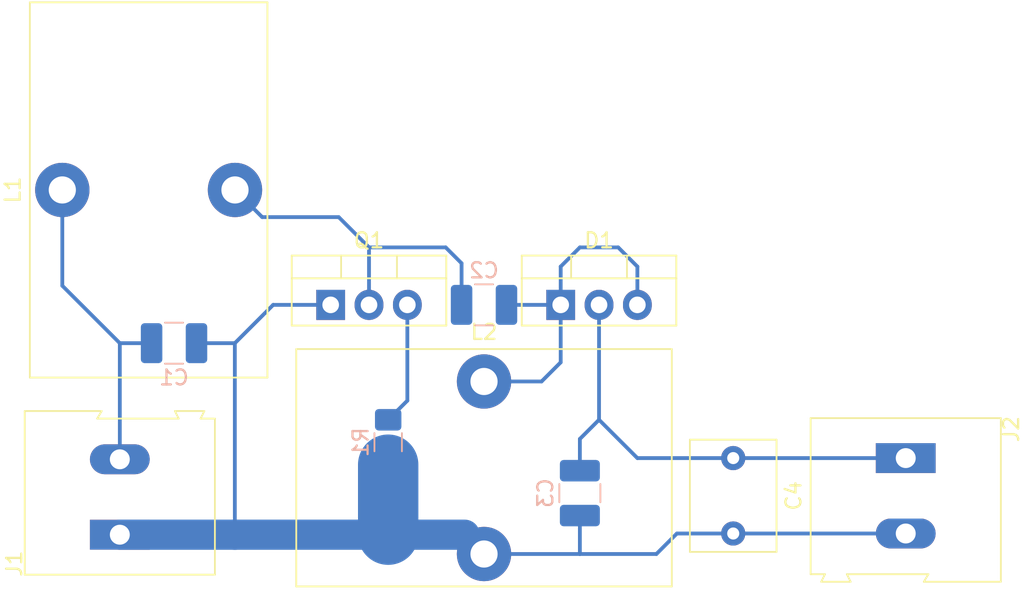
<source format=kicad_pcb>
(kicad_pcb (version 20171130) (host pcbnew 5.0.2+dfsg1-1)

  (general
    (thickness 1.6)
    (drawings 0)
    (tracks 43)
    (zones 0)
    (modules 11)
    (nets 7)
  )

  (page A4)
  (layers
    (0 F.Cu signal)
    (31 B.Cu signal)
    (32 B.Adhes user)
    (33 F.Adhes user)
    (34 B.Paste user)
    (35 F.Paste user)
    (36 B.SilkS user)
    (37 F.SilkS user)
    (38 B.Mask user)
    (39 F.Mask user)
    (40 Dwgs.User user)
    (41 Cmts.User user)
    (42 Eco1.User user)
    (43 Eco2.User user)
    (44 Edge.Cuts user)
    (45 Margin user)
    (46 B.CrtYd user)
    (47 F.CrtYd user)
    (48 B.Fab user)
    (49 F.Fab user)
  )

  (setup
    (last_trace_width 2)
    (user_trace_width 0.5)
    (user_trace_width 1)
    (user_trace_width 2)
    (user_trace_width 3)
    (user_trace_width 4)
    (user_trace_width 6)
    (user_trace_width 10)
    (trace_clearance 0.5)
    (zone_clearance 0.508)
    (zone_45_only no)
    (trace_min 0.5)
    (segment_width 0.2)
    (edge_width 0.15)
    (via_size 1)
    (via_drill 0.8)
    (via_min_size 1)
    (via_min_drill 0.6)
    (uvia_size 0.3)
    (uvia_drill 0.1)
    (uvias_allowed no)
    (uvia_min_size 0.2)
    (uvia_min_drill 0.1)
    (pcb_text_width 0.3)
    (pcb_text_size 1.5 1.5)
    (mod_edge_width 0.15)
    (mod_text_size 1 1)
    (mod_text_width 0.15)
    (pad_size 1.524 1.524)
    (pad_drill 0.762)
    (pad_to_mask_clearance 0.051)
    (solder_mask_min_width 0.25)
    (aux_axis_origin 0 0)
    (visible_elements FFFFE77F)
    (pcbplotparams
      (layerselection 0x010fc_ffffffff)
      (usegerberextensions false)
      (usegerberattributes false)
      (usegerberadvancedattributes false)
      (creategerberjobfile false)
      (excludeedgelayer true)
      (linewidth 0.100000)
      (plotframeref false)
      (viasonmask false)
      (mode 1)
      (useauxorigin false)
      (hpglpennumber 1)
      (hpglpenspeed 20)
      (hpglpendiameter 15.000000)
      (psnegative false)
      (psa4output false)
      (plotreference true)
      (plotvalue true)
      (plotinvisibletext false)
      (padsonsilk false)
      (subtractmaskfromsilk false)
      (outputformat 1)
      (mirror false)
      (drillshape 1)
      (scaleselection 1)
      (outputdirectory ""))
  )

  (net 0 "")
  (net 1 "Net-(C1-Pad2)")
  (net 2 "Net-(C1-Pad1)")
  (net 3 "Net-(C3-Pad1)")
  (net 4 "Net-(Q1-Pad3)")
  (net 5 "Net-(C2-Pad1)")
  (net 6 "Net-(C2-Pad2)")

  (net_class Default "Toto je výchozí třída sítě."
    (clearance 0.5)
    (trace_width 0.5)
    (via_dia 1)
    (via_drill 0.8)
    (uvia_dia 0.3)
    (uvia_drill 0.1)
    (diff_pair_gap 1.25)
    (diff_pair_width 2)
    (add_net "Net-(C1-Pad1)")
    (add_net "Net-(C1-Pad2)")
    (add_net "Net-(C2-Pad1)")
    (add_net "Net-(C2-Pad2)")
    (add_net "Net-(C3-Pad1)")
    (add_net "Net-(Q1-Pad3)")
  )

  (module Capacitor_SMD:C_1210_3225Metric_Pad1.42x2.65mm_HandSolder (layer B.Cu) (tedit 5B301BBE) (tstamp 5E3453CF)
    (at 139.7 106.4625 270)
    (descr "Capacitor SMD 1210 (3225 Metric), square (rectangular) end terminal, IPC_7351 nominal with elongated pad for handsoldering. (Body size source: http://www.tortai-tech.com/upload/download/2011102023233369053.pdf), generated with kicad-footprint-generator")
    (tags "capacitor handsolder")
    (path /5E1B5E1F)
    (attr smd)
    (fp_text reference C3 (at 0 2.28 270) (layer B.SilkS)
      (effects (font (size 1 1) (thickness 0.15)) (justify mirror))
    )
    (fp_text value 4.7uF (at 0 -2.28 270) (layer B.Fab)
      (effects (font (size 1 1) (thickness 0.15)) (justify mirror))
    )
    (fp_line (start -1.6 -1.25) (end -1.6 1.25) (layer B.Fab) (width 0.1))
    (fp_line (start -1.6 1.25) (end 1.6 1.25) (layer B.Fab) (width 0.1))
    (fp_line (start 1.6 1.25) (end 1.6 -1.25) (layer B.Fab) (width 0.1))
    (fp_line (start 1.6 -1.25) (end -1.6 -1.25) (layer B.Fab) (width 0.1))
    (fp_line (start -0.602064 1.36) (end 0.602064 1.36) (layer B.SilkS) (width 0.12))
    (fp_line (start -0.602064 -1.36) (end 0.602064 -1.36) (layer B.SilkS) (width 0.12))
    (fp_line (start -2.45 -1.58) (end -2.45 1.58) (layer B.CrtYd) (width 0.05))
    (fp_line (start -2.45 1.58) (end 2.45 1.58) (layer B.CrtYd) (width 0.05))
    (fp_line (start 2.45 1.58) (end 2.45 -1.58) (layer B.CrtYd) (width 0.05))
    (fp_line (start 2.45 -1.58) (end -2.45 -1.58) (layer B.CrtYd) (width 0.05))
    (fp_text user %R (at 0 0 270) (layer B.Fab)
      (effects (font (size 0.8 0.8) (thickness 0.12)) (justify mirror))
    )
    (pad 1 smd roundrect (at -1.4875 0 270) (size 1.425 2.65) (layers B.Cu B.Paste B.Mask) (roundrect_rratio 0.175439)
      (net 3 "Net-(C3-Pad1)"))
    (pad 2 smd roundrect (at 1.4875 0 270) (size 1.425 2.65) (layers B.Cu B.Paste B.Mask) (roundrect_rratio 0.175439)
      (net 1 "Net-(C1-Pad2)"))
    (model ${KISYS3DMOD}/Capacitor_SMD.3dshapes/C_1210_3225Metric.wrl
      (at (xyz 0 0 0))
      (scale (xyz 1 1 1))
      (rotate (xyz 0 0 0))
    )
  )

  (module Capacitor_SMD:C_1210_3225Metric_Pad1.42x2.65mm_HandSolder (layer B.Cu) (tedit 5B301BBE) (tstamp 5E344089)
    (at 133.35 93.98 180)
    (descr "Capacitor SMD 1210 (3225 Metric), square (rectangular) end terminal, IPC_7351 nominal with elongated pad for handsoldering. (Body size source: http://www.tortai-tech.com/upload/download/2011102023233369053.pdf), generated with kicad-footprint-generator")
    (tags "capacitor handsolder")
    (path /5E1B5D2A)
    (attr smd)
    (fp_text reference C2 (at 0 2.28 180) (layer B.SilkS)
      (effects (font (size 1 1) (thickness 0.15)) (justify mirror))
    )
    (fp_text value "1210 4.7uF" (at 0 -2.28 180) (layer B.Fab)
      (effects (font (size 1 1) (thickness 0.15)) (justify mirror))
    )
    (fp_text user %R (at 0 0 180) (layer B.Fab)
      (effects (font (size 0.8 0.8) (thickness 0.12)) (justify mirror))
    )
    (fp_line (start 2.45 -1.58) (end -2.45 -1.58) (layer B.CrtYd) (width 0.05))
    (fp_line (start 2.45 1.58) (end 2.45 -1.58) (layer B.CrtYd) (width 0.05))
    (fp_line (start -2.45 1.58) (end 2.45 1.58) (layer B.CrtYd) (width 0.05))
    (fp_line (start -2.45 -1.58) (end -2.45 1.58) (layer B.CrtYd) (width 0.05))
    (fp_line (start -0.602064 -1.36) (end 0.602064 -1.36) (layer B.SilkS) (width 0.12))
    (fp_line (start -0.602064 1.36) (end 0.602064 1.36) (layer B.SilkS) (width 0.12))
    (fp_line (start 1.6 -1.25) (end -1.6 -1.25) (layer B.Fab) (width 0.1))
    (fp_line (start 1.6 1.25) (end 1.6 -1.25) (layer B.Fab) (width 0.1))
    (fp_line (start -1.6 1.25) (end 1.6 1.25) (layer B.Fab) (width 0.1))
    (fp_line (start -1.6 -1.25) (end -1.6 1.25) (layer B.Fab) (width 0.1))
    (pad 2 smd roundrect (at 1.4875 0 180) (size 1.425 2.65) (layers B.Cu B.Paste B.Mask) (roundrect_rratio 0.175439)
      (net 6 "Net-(C2-Pad2)"))
    (pad 1 smd roundrect (at -1.4875 0 180) (size 1.425 2.65) (layers B.Cu B.Paste B.Mask) (roundrect_rratio 0.175439)
      (net 5 "Net-(C2-Pad1)"))
    (model ${KISYS3DMOD}/Capacitor_SMD.3dshapes/C_1210_3225Metric.wrl
      (at (xyz 0 0 0))
      (scale (xyz 1 1 1))
      (rotate (xyz 0 0 0))
    )
  )

  (module Capacitor_SMD:C_1210_3225Metric_Pad1.42x2.65mm_HandSolder (layer B.Cu) (tedit 5B301BBE) (tstamp 5E345451)
    (at 112.8125 96.52)
    (descr "Capacitor SMD 1210 (3225 Metric), square (rectangular) end terminal, IPC_7351 nominal with elongated pad for handsoldering. (Body size source: http://www.tortai-tech.com/upload/download/2011102023233369053.pdf), generated with kicad-footprint-generator")
    (tags "capacitor handsolder")
    (path /5E1B5E8D)
    (attr smd)
    (fp_text reference C1 (at 0 2.28) (layer B.SilkS)
      (effects (font (size 1 1) (thickness 0.15)) (justify mirror))
    )
    (fp_text value "1210 4.7uF" (at 0 -2.28) (layer B.Fab)
      (effects (font (size 1 1) (thickness 0.15)) (justify mirror))
    )
    (fp_line (start -1.6 -1.25) (end -1.6 1.25) (layer B.Fab) (width 0.1))
    (fp_line (start -1.6 1.25) (end 1.6 1.25) (layer B.Fab) (width 0.1))
    (fp_line (start 1.6 1.25) (end 1.6 -1.25) (layer B.Fab) (width 0.1))
    (fp_line (start 1.6 -1.25) (end -1.6 -1.25) (layer B.Fab) (width 0.1))
    (fp_line (start -0.602064 1.36) (end 0.602064 1.36) (layer B.SilkS) (width 0.12))
    (fp_line (start -0.602064 -1.36) (end 0.602064 -1.36) (layer B.SilkS) (width 0.12))
    (fp_line (start -2.45 -1.58) (end -2.45 1.58) (layer B.CrtYd) (width 0.05))
    (fp_line (start -2.45 1.58) (end 2.45 1.58) (layer B.CrtYd) (width 0.05))
    (fp_line (start 2.45 1.58) (end 2.45 -1.58) (layer B.CrtYd) (width 0.05))
    (fp_line (start 2.45 -1.58) (end -2.45 -1.58) (layer B.CrtYd) (width 0.05))
    (fp_text user %R (at 0 0) (layer B.Fab)
      (effects (font (size 0.8 0.8) (thickness 0.12)) (justify mirror))
    )
    (pad 1 smd roundrect (at -1.4875 0) (size 1.425 2.65) (layers B.Cu B.Paste B.Mask) (roundrect_rratio 0.175439)
      (net 2 "Net-(C1-Pad1)"))
    (pad 2 smd roundrect (at 1.4875 0) (size 1.425 2.65) (layers B.Cu B.Paste B.Mask) (roundrect_rratio 0.175439)
      (net 1 "Net-(C1-Pad2)"))
    (model ${KISYS3DMOD}/Capacitor_SMD.3dshapes/C_1210_3225Metric.wrl
      (at (xyz 0 0 0))
      (scale (xyz 1 1 1))
      (rotate (xyz 0 0 0))
    )
  )

  (module Capacitor_THT:C_Rect_L7.2mm_W5.5mm_P5.00mm_FKS2_FKP2_MKS2_MKP2 (layer F.Cu) (tedit 5AE50EF0) (tstamp 5E344067)
    (at 149.86 104.14 270)
    (descr "C, Rect series, Radial, pin pitch=5.00mm, , length*width=7.2*5.5mm^2, Capacitor, http://www.wima.com/EN/WIMA_FKS_2.pdf")
    (tags "C Rect series Radial pin pitch 5.00mm  length 7.2mm width 5.5mm Capacitor")
    (path /5E1B5F7A)
    (fp_text reference C4 (at 2.5 -4 270) (layer F.SilkS)
      (effects (font (size 1 1) (thickness 0.15)))
    )
    (fp_text value 220uF/25V (at 2.5 4 270) (layer F.Fab)
      (effects (font (size 1 1) (thickness 0.15)))
    )
    (fp_line (start -1.1 -2.75) (end -1.1 2.75) (layer F.Fab) (width 0.1))
    (fp_line (start -1.1 2.75) (end 6.1 2.75) (layer F.Fab) (width 0.1))
    (fp_line (start 6.1 2.75) (end 6.1 -2.75) (layer F.Fab) (width 0.1))
    (fp_line (start 6.1 -2.75) (end -1.1 -2.75) (layer F.Fab) (width 0.1))
    (fp_line (start -1.22 -2.87) (end 6.22 -2.87) (layer F.SilkS) (width 0.12))
    (fp_line (start -1.22 2.87) (end 6.22 2.87) (layer F.SilkS) (width 0.12))
    (fp_line (start -1.22 -2.87) (end -1.22 2.87) (layer F.SilkS) (width 0.12))
    (fp_line (start 6.22 -2.87) (end 6.22 2.87) (layer F.SilkS) (width 0.12))
    (fp_line (start -1.35 -3) (end -1.35 3) (layer F.CrtYd) (width 0.05))
    (fp_line (start -1.35 3) (end 6.35 3) (layer F.CrtYd) (width 0.05))
    (fp_line (start 6.35 3) (end 6.35 -3) (layer F.CrtYd) (width 0.05))
    (fp_line (start 6.35 -3) (end -1.35 -3) (layer F.CrtYd) (width 0.05))
    (fp_text user %R (at 2.5 0) (layer F.Fab)
      (effects (font (size 1 1) (thickness 0.15)))
    )
    (pad 1 thru_hole circle (at 0 0 270) (size 1.6 1.6) (drill 0.8) (layers *.Cu *.Mask)
      (net 3 "Net-(C3-Pad1)"))
    (pad 2 thru_hole circle (at 5 0 270) (size 1.6 1.6) (drill 0.8) (layers *.Cu *.Mask)
      (net 1 "Net-(C1-Pad2)"))
    (model ${KISYS3DMOD}/Capacitor_THT.3dshapes/C_Rect_L7.2mm_W5.5mm_P5.00mm_FKS2_FKP2_MKS2_MKP2.wrl
      (at (xyz 0 0 0))
      (scale (xyz 1 1 1))
      (rotate (xyz 0 0 0))
    )
  )

  (module Inductor_THT:L_Toroid_Vertical_L24.6mm_W15.5mm_P11.44mm_Pulse_KM-4 (layer F.Cu) (tedit 5AE59B06) (tstamp 5E344054)
    (at 133.35 99.06)
    (descr "L_Toroid, Vertical series, Radial, pin pitch=11.44mm, , length*width=24.64*15.5mm^2, Pulse, KM-4, http://datasheet.octopart.com/PE-92112KNL-Pulse-datasheet-17853305.pdf")
    (tags "L_Toroid Vertical series Radial pin pitch 11.44mm  length 24.64mm width 15.5mm Pulse KM-4")
    (path /5E1B5BE1)
    (fp_text reference L2 (at 0 -3.28) (layer F.SilkS)
      (effects (font (size 1 1) (thickness 0.15)))
    )
    (fp_text value 47uH/10A (at 0 14.72) (layer F.Fab)
      (effects (font (size 1 1) (thickness 0.15)))
    )
    (fp_text user %R (at 5.72 0) (layer F.Fab)
      (effects (font (size 1 1) (thickness 0.15)))
    )
    (fp_line (start 12.57 -2.29) (end -12.57 -2.29) (layer F.CrtYd) (width 0.05))
    (fp_line (start 12.57 13.72) (end 12.57 -2.29) (layer F.CrtYd) (width 0.05))
    (fp_line (start -12.57 13.72) (end 12.57 13.72) (layer F.CrtYd) (width 0.05))
    (fp_line (start -12.57 -2.29) (end -12.57 13.72) (layer F.CrtYd) (width 0.05))
    (fp_line (start 12.44 -2.15) (end 12.44 13.59) (layer F.SilkS) (width 0.12))
    (fp_line (start -12.44 -2.15) (end -12.44 13.59) (layer F.SilkS) (width 0.12))
    (fp_line (start 0.016 13.59) (end 12.44 13.59) (layer F.SilkS) (width 0.12))
    (fp_line (start -12.44 13.59) (end -0.016 13.59) (layer F.SilkS) (width 0.12))
    (fp_line (start 0.016 -2.15) (end 12.44 -2.15) (layer F.SilkS) (width 0.12))
    (fp_line (start -12.44 -2.15) (end -0.016 -2.15) (layer F.SilkS) (width 0.12))
    (fp_line (start 7.8848 0) (end 8.8704 11.44) (layer F.Fab) (width 0.1))
    (fp_line (start 5.9136 0) (end 6.8992 11.44) (layer F.Fab) (width 0.1))
    (fp_line (start 3.9424 0) (end 4.928 11.44) (layer F.Fab) (width 0.1))
    (fp_line (start 1.9712 0) (end 2.9568 11.44) (layer F.Fab) (width 0.1))
    (fp_line (start 0 0) (end 0.9856 11.44) (layer F.Fab) (width 0.1))
    (fp_line (start -1.9712 0) (end -0.9856 11.44) (layer F.Fab) (width 0.1))
    (fp_line (start -3.9424 0) (end -2.9568 11.44) (layer F.Fab) (width 0.1))
    (fp_line (start -5.9136 0) (end -4.928 11.44) (layer F.Fab) (width 0.1))
    (fp_line (start -7.8848 0) (end -6.8992 11.44) (layer F.Fab) (width 0.1))
    (fp_line (start -9.856 0) (end -8.8704 11.44) (layer F.Fab) (width 0.1))
    (fp_line (start 9.856 0) (end -9.856 0) (layer F.Fab) (width 0.1))
    (fp_line (start 9.856 11.44) (end 9.856 0) (layer F.Fab) (width 0.1))
    (fp_line (start -9.856 11.44) (end 9.856 11.44) (layer F.Fab) (width 0.1))
    (fp_line (start -9.856 0) (end -9.856 11.44) (layer F.Fab) (width 0.1))
    (fp_line (start 12.32 -2.03) (end -12.32 -2.03) (layer F.Fab) (width 0.1))
    (fp_line (start 12.32 13.47) (end 12.32 -2.03) (layer F.Fab) (width 0.1))
    (fp_line (start -12.32 13.47) (end 12.32 13.47) (layer F.Fab) (width 0.1))
    (fp_line (start -12.32 -2.03) (end -12.32 13.47) (layer F.Fab) (width 0.1))
    (pad 2 thru_hole circle (at 0 11.44) (size 3.6 3.6) (drill 1.8) (layers *.Cu *.Mask)
      (net 1 "Net-(C1-Pad2)"))
    (pad 1 thru_hole circle (at 0 0) (size 3.6 3.6) (drill 1.8) (layers *.Cu *.Mask)
      (net 5 "Net-(C2-Pad1)"))
    (model ${KISYS3DMOD}/Inductor_THT.3dshapes/L_Toroid_Vertical_L24.6mm_W15.5mm_P11.44mm_Pulse_KM-4.wrl
      (at (xyz 0 0 0))
      (scale (xyz 1 1 1))
      (rotate (xyz 0 0 0))
    )
  )

  (module Inductor_THT:L_Toroid_Vertical_L24.6mm_W15.5mm_P11.44mm_Pulse_KM-4 (layer F.Cu) (tedit 5AE59B06) (tstamp 5E345020)
    (at 105.41 86.36 90)
    (descr "L_Toroid, Vertical series, Radial, pin pitch=11.44mm, , length*width=24.64*15.5mm^2, Pulse, KM-4, http://datasheet.octopart.com/PE-92112KNL-Pulse-datasheet-17853305.pdf")
    (tags "L_Toroid Vertical series Radial pin pitch 11.44mm  length 24.64mm width 15.5mm Pulse KM-4")
    (path /5E1B5A80)
    (fp_text reference L1 (at 0 -3.28 90) (layer F.SilkS)
      (effects (font (size 1 1) (thickness 0.15)))
    )
    (fp_text value 47uH/10A (at 0 14.72 90) (layer F.Fab)
      (effects (font (size 1 1) (thickness 0.15)))
    )
    (fp_line (start -12.32 -2.03) (end -12.32 13.47) (layer F.Fab) (width 0.1))
    (fp_line (start -12.32 13.47) (end 12.32 13.47) (layer F.Fab) (width 0.1))
    (fp_line (start 12.32 13.47) (end 12.32 -2.03) (layer F.Fab) (width 0.1))
    (fp_line (start 12.32 -2.03) (end -12.32 -2.03) (layer F.Fab) (width 0.1))
    (fp_line (start -9.856 0) (end -9.856 11.44) (layer F.Fab) (width 0.1))
    (fp_line (start -9.856 11.44) (end 9.856 11.44) (layer F.Fab) (width 0.1))
    (fp_line (start 9.856 11.44) (end 9.856 0) (layer F.Fab) (width 0.1))
    (fp_line (start 9.856 0) (end -9.856 0) (layer F.Fab) (width 0.1))
    (fp_line (start -9.856 0) (end -8.8704 11.44) (layer F.Fab) (width 0.1))
    (fp_line (start -7.8848 0) (end -6.8992 11.44) (layer F.Fab) (width 0.1))
    (fp_line (start -5.9136 0) (end -4.928 11.44) (layer F.Fab) (width 0.1))
    (fp_line (start -3.9424 0) (end -2.9568 11.44) (layer F.Fab) (width 0.1))
    (fp_line (start -1.9712 0) (end -0.9856 11.44) (layer F.Fab) (width 0.1))
    (fp_line (start 0 0) (end 0.9856 11.44) (layer F.Fab) (width 0.1))
    (fp_line (start 1.9712 0) (end 2.9568 11.44) (layer F.Fab) (width 0.1))
    (fp_line (start 3.9424 0) (end 4.928 11.44) (layer F.Fab) (width 0.1))
    (fp_line (start 5.9136 0) (end 6.8992 11.44) (layer F.Fab) (width 0.1))
    (fp_line (start 7.8848 0) (end 8.8704 11.44) (layer F.Fab) (width 0.1))
    (fp_line (start -12.44 -2.15) (end -0.016 -2.15) (layer F.SilkS) (width 0.12))
    (fp_line (start 0.016 -2.15) (end 12.44 -2.15) (layer F.SilkS) (width 0.12))
    (fp_line (start -12.44 13.59) (end -0.016 13.59) (layer F.SilkS) (width 0.12))
    (fp_line (start 0.016 13.59) (end 12.44 13.59) (layer F.SilkS) (width 0.12))
    (fp_line (start -12.44 -2.15) (end -12.44 13.59) (layer F.SilkS) (width 0.12))
    (fp_line (start 12.44 -2.15) (end 12.44 13.59) (layer F.SilkS) (width 0.12))
    (fp_line (start -12.57 -2.29) (end -12.57 13.72) (layer F.CrtYd) (width 0.05))
    (fp_line (start -12.57 13.72) (end 12.57 13.72) (layer F.CrtYd) (width 0.05))
    (fp_line (start 12.57 13.72) (end 12.57 -2.29) (layer F.CrtYd) (width 0.05))
    (fp_line (start 12.57 -2.29) (end -12.57 -2.29) (layer F.CrtYd) (width 0.05))
    (fp_text user %R (at 5.72 0 90) (layer F.Fab)
      (effects (font (size 1 1) (thickness 0.15)))
    )
    (pad 1 thru_hole circle (at 0 0 90) (size 3.6 3.6) (drill 1.8) (layers *.Cu *.Mask)
      (net 2 "Net-(C1-Pad1)"))
    (pad 2 thru_hole circle (at 0 11.44 90) (size 3.6 3.6) (drill 1.8) (layers *.Cu *.Mask)
      (net 6 "Net-(C2-Pad2)"))
    (model ${KISYS3DMOD}/Inductor_THT.3dshapes/L_Toroid_Vertical_L24.6mm_W15.5mm_P11.44mm_Pulse_KM-4.wrl
      (at (xyz 0 0 0))
      (scale (xyz 1 1 1))
      (rotate (xyz 0 0 0))
    )
  )

  (module Package_TO_SOT_THT:TO-220-3_Vertical (layer F.Cu) (tedit 5AC8BA0D) (tstamp 5E345A78)
    (at 123.19 93.98)
    (descr "TO-220-3, Vertical, RM 2.54mm, see https://www.vishay.com/docs/66542/to-220-1.pdf")
    (tags "TO-220-3 Vertical RM 2.54mm")
    (path /5E1B624B)
    (fp_text reference Q1 (at 2.54 -4.27) (layer F.SilkS)
      (effects (font (size 1 1) (thickness 0.15)))
    )
    (fp_text value IRFB4110 (at 2.54 2.5) (layer F.Fab)
      (effects (font (size 1 1) (thickness 0.15)))
    )
    (fp_text user %R (at 2.54 -4.27) (layer F.Fab)
      (effects (font (size 1 1) (thickness 0.15)))
    )
    (fp_line (start 7.79 -3.4) (end -2.71 -3.4) (layer F.CrtYd) (width 0.05))
    (fp_line (start 7.79 1.51) (end 7.79 -3.4) (layer F.CrtYd) (width 0.05))
    (fp_line (start -2.71 1.51) (end 7.79 1.51) (layer F.CrtYd) (width 0.05))
    (fp_line (start -2.71 -3.4) (end -2.71 1.51) (layer F.CrtYd) (width 0.05))
    (fp_line (start 4.391 -3.27) (end 4.391 -1.76) (layer F.SilkS) (width 0.12))
    (fp_line (start 0.69 -3.27) (end 0.69 -1.76) (layer F.SilkS) (width 0.12))
    (fp_line (start -2.58 -1.76) (end 7.66 -1.76) (layer F.SilkS) (width 0.12))
    (fp_line (start 7.66 -3.27) (end 7.66 1.371) (layer F.SilkS) (width 0.12))
    (fp_line (start -2.58 -3.27) (end -2.58 1.371) (layer F.SilkS) (width 0.12))
    (fp_line (start -2.58 1.371) (end 7.66 1.371) (layer F.SilkS) (width 0.12))
    (fp_line (start -2.58 -3.27) (end 7.66 -3.27) (layer F.SilkS) (width 0.12))
    (fp_line (start 4.39 -3.15) (end 4.39 -1.88) (layer F.Fab) (width 0.1))
    (fp_line (start 0.69 -3.15) (end 0.69 -1.88) (layer F.Fab) (width 0.1))
    (fp_line (start -2.46 -1.88) (end 7.54 -1.88) (layer F.Fab) (width 0.1))
    (fp_line (start 7.54 -3.15) (end -2.46 -3.15) (layer F.Fab) (width 0.1))
    (fp_line (start 7.54 1.25) (end 7.54 -3.15) (layer F.Fab) (width 0.1))
    (fp_line (start -2.46 1.25) (end 7.54 1.25) (layer F.Fab) (width 0.1))
    (fp_line (start -2.46 -3.15) (end -2.46 1.25) (layer F.Fab) (width 0.1))
    (pad 3 thru_hole oval (at 5.08 0) (size 1.905 2) (drill 1.1) (layers *.Cu *.Mask)
      (net 4 "Net-(Q1-Pad3)"))
    (pad 2 thru_hole oval (at 2.54 0) (size 1.905 2) (drill 1.1) (layers *.Cu *.Mask)
      (net 6 "Net-(C2-Pad2)"))
    (pad 1 thru_hole rect (at 0 0) (size 1.905 2) (drill 1.1) (layers *.Cu *.Mask)
      (net 1 "Net-(C1-Pad2)"))
    (model ${KISYS3DMOD}/Package_TO_SOT_THT.3dshapes/TO-220-3_Vertical.wrl
      (at (xyz 0 0 0))
      (scale (xyz 1 1 1))
      (rotate (xyz 0 0 0))
    )
  )

  (module Package_TO_SOT_THT:TO-220-3_Vertical (layer F.Cu) (tedit 5AC8BA0D) (tstamp 5E34558F)
    (at 138.43 93.98)
    (descr "TO-220-3, Vertical, RM 2.54mm, see https://www.vishay.com/docs/66542/to-220-1.pdf")
    (tags "TO-220-3 Vertical RM 2.54mm")
    (path /5E1B6E38)
    (fp_text reference D1 (at 2.54 -4.27) (layer F.SilkS)
      (effects (font (size 1 1) (thickness 0.15)))
    )
    (fp_text value D_x2_KCom_AKA (at 2.54 2.5) (layer F.Fab)
      (effects (font (size 1 1) (thickness 0.15)))
    )
    (fp_line (start -2.46 -3.15) (end -2.46 1.25) (layer F.Fab) (width 0.1))
    (fp_line (start -2.46 1.25) (end 7.54 1.25) (layer F.Fab) (width 0.1))
    (fp_line (start 7.54 1.25) (end 7.54 -3.15) (layer F.Fab) (width 0.1))
    (fp_line (start 7.54 -3.15) (end -2.46 -3.15) (layer F.Fab) (width 0.1))
    (fp_line (start -2.46 -1.88) (end 7.54 -1.88) (layer F.Fab) (width 0.1))
    (fp_line (start 0.69 -3.15) (end 0.69 -1.88) (layer F.Fab) (width 0.1))
    (fp_line (start 4.39 -3.15) (end 4.39 -1.88) (layer F.Fab) (width 0.1))
    (fp_line (start -2.58 -3.27) (end 7.66 -3.27) (layer F.SilkS) (width 0.12))
    (fp_line (start -2.58 1.371) (end 7.66 1.371) (layer F.SilkS) (width 0.12))
    (fp_line (start -2.58 -3.27) (end -2.58 1.371) (layer F.SilkS) (width 0.12))
    (fp_line (start 7.66 -3.27) (end 7.66 1.371) (layer F.SilkS) (width 0.12))
    (fp_line (start -2.58 -1.76) (end 7.66 -1.76) (layer F.SilkS) (width 0.12))
    (fp_line (start 0.69 -3.27) (end 0.69 -1.76) (layer F.SilkS) (width 0.12))
    (fp_line (start 4.391 -3.27) (end 4.391 -1.76) (layer F.SilkS) (width 0.12))
    (fp_line (start -2.71 -3.4) (end -2.71 1.51) (layer F.CrtYd) (width 0.05))
    (fp_line (start -2.71 1.51) (end 7.79 1.51) (layer F.CrtYd) (width 0.05))
    (fp_line (start 7.79 1.51) (end 7.79 -3.4) (layer F.CrtYd) (width 0.05))
    (fp_line (start 7.79 -3.4) (end -2.71 -3.4) (layer F.CrtYd) (width 0.05))
    (fp_text user %R (at 2.54 -4.27) (layer F.Fab)
      (effects (font (size 1 1) (thickness 0.15)))
    )
    (pad 1 thru_hole rect (at 0 0) (size 1.905 2) (drill 1.1) (layers *.Cu *.Mask)
      (net 5 "Net-(C2-Pad1)"))
    (pad 2 thru_hole oval (at 2.54 0) (size 1.905 2) (drill 1.1) (layers *.Cu *.Mask)
      (net 3 "Net-(C3-Pad1)"))
    (pad 3 thru_hole oval (at 5.08 0) (size 1.905 2) (drill 1.1) (layers *.Cu *.Mask)
      (net 5 "Net-(C2-Pad1)"))
    (model ${KISYS3DMOD}/Package_TO_SOT_THT.3dshapes/TO-220-3_Vertical.wrl
      (at (xyz 0 0 0))
      (scale (xyz 1 1 1))
      (rotate (xyz 0 0 0))
    )
  )

  (module TerminalBlock:TerminalBlock_Altech_AK300-2_P5.00mm (layer F.Cu) (tedit 59FF0306) (tstamp 5E343FC9)
    (at 161.29 104.14 270)
    (descr "Altech AK300 terminal block, pitch 5.0mm, 45 degree angled, see http://www.mouser.com/ds/2/16/PCBMETRC-24178.pdf")
    (tags "Altech AK300 terminal block pitch 5.0mm")
    (path /5E1BCF4F)
    (fp_text reference J2 (at -1.92 -6.99 270) (layer F.SilkS)
      (effects (font (size 1 1) (thickness 0.15)))
    )
    (fp_text value OUTPUT (at 2.78 7.75 270) (layer F.Fab)
      (effects (font (size 1 1) (thickness 0.15)))
    )
    (fp_arc (start -1.13 -4.65) (end -1.42 -4.13) (angle 104.2) (layer F.Fab) (width 0.1))
    (fp_arc (start -0.01 -3.71) (end -1.62 -5) (angle 100) (layer F.Fab) (width 0.1))
    (fp_arc (start 0.06 -6.07) (end 1.53 -4.12) (angle 75.5) (layer F.Fab) (width 0.1))
    (fp_arc (start 1.03 -4.59) (end 1.53 -5.05) (angle 90.5) (layer F.Fab) (width 0.1))
    (fp_arc (start 3.87 -4.65) (end 3.58 -4.13) (angle 104.2) (layer F.Fab) (width 0.1))
    (fp_arc (start 4.99 -3.71) (end 3.39 -5) (angle 100) (layer F.Fab) (width 0.1))
    (fp_arc (start 5.07 -6.07) (end 6.53 -4.12) (angle 75.5) (layer F.Fab) (width 0.1))
    (fp_arc (start 6.03 -4.59) (end 6.54 -5.05) (angle 90.5) (layer F.Fab) (width 0.1))
    (fp_line (start 8.36 6.47) (end -2.83 6.47) (layer F.CrtYd) (width 0.05))
    (fp_line (start 8.36 6.47) (end 8.36 -6.47) (layer F.CrtYd) (width 0.05))
    (fp_line (start -2.83 -6.47) (end -2.83 6.47) (layer F.CrtYd) (width 0.05))
    (fp_line (start -2.83 -6.47) (end 8.36 -6.47) (layer F.CrtYd) (width 0.05))
    (fp_line (start 3.36 -0.25) (end 6.67 -0.25) (layer F.Fab) (width 0.1))
    (fp_line (start 2.98 -0.25) (end 3.36 -0.25) (layer F.Fab) (width 0.1))
    (fp_line (start 7.05 -0.25) (end 6.67 -0.25) (layer F.Fab) (width 0.1))
    (fp_line (start 6.67 -0.64) (end 3.36 -0.64) (layer F.Fab) (width 0.1))
    (fp_line (start 7.61 -0.64) (end 6.67 -0.64) (layer F.Fab) (width 0.1))
    (fp_line (start 1.66 -0.64) (end 3.36 -0.64) (layer F.Fab) (width 0.1))
    (fp_line (start -1.64 -0.64) (end 1.66 -0.64) (layer F.Fab) (width 0.1))
    (fp_line (start -2.58 -0.64) (end -1.64 -0.64) (layer F.Fab) (width 0.1))
    (fp_line (start 1.66 -0.25) (end -1.64 -0.25) (layer F.Fab) (width 0.1))
    (fp_line (start 2.04 -0.25) (end 1.66 -0.25) (layer F.Fab) (width 0.1))
    (fp_line (start -2.02 -0.25) (end -1.64 -0.25) (layer F.Fab) (width 0.1))
    (fp_line (start -1.49 -4.32) (end 1.56 -4.95) (layer F.Fab) (width 0.1))
    (fp_line (start -1.62 -4.45) (end 1.44 -5.08) (layer F.Fab) (width 0.1))
    (fp_line (start 3.52 -4.32) (end 6.56 -4.95) (layer F.Fab) (width 0.1))
    (fp_line (start 3.39 -4.45) (end 6.44 -5.08) (layer F.Fab) (width 0.1))
    (fp_line (start 2.04 -5.97) (end -2.02 -5.97) (layer F.Fab) (width 0.1))
    (fp_line (start -2.02 -3.43) (end -2.02 -5.97) (layer F.Fab) (width 0.1))
    (fp_line (start 2.04 -3.43) (end -2.02 -3.43) (layer F.Fab) (width 0.1))
    (fp_line (start 2.04 -3.43) (end 2.04 -5.97) (layer F.Fab) (width 0.1))
    (fp_line (start 7.05 -3.43) (end 2.98 -3.43) (layer F.Fab) (width 0.1))
    (fp_line (start 7.05 -5.97) (end 7.05 -3.43) (layer F.Fab) (width 0.1))
    (fp_line (start 2.98 -5.97) (end 7.05 -5.97) (layer F.Fab) (width 0.1))
    (fp_line (start 2.98 -3.43) (end 2.98 -5.97) (layer F.Fab) (width 0.1))
    (fp_line (start 7.61 -3.17) (end 7.61 -1.65) (layer F.Fab) (width 0.1))
    (fp_line (start -2.58 -3.17) (end -2.58 -6.22) (layer F.Fab) (width 0.1))
    (fp_line (start -2.58 -3.17) (end 7.61 -3.17) (layer F.Fab) (width 0.1))
    (fp_line (start 7.61 -0.64) (end 7.61 4.06) (layer F.Fab) (width 0.1))
    (fp_line (start 7.61 -1.65) (end 7.61 -0.64) (layer F.Fab) (width 0.1))
    (fp_line (start -2.58 -0.64) (end -2.58 -3.17) (layer F.Fab) (width 0.1))
    (fp_line (start -2.58 6.22) (end -2.58 -0.64) (layer F.Fab) (width 0.1))
    (fp_line (start 6.67 0.51) (end 6.28 0.51) (layer F.Fab) (width 0.1))
    (fp_line (start 3.36 0.51) (end 3.74 0.51) (layer F.Fab) (width 0.1))
    (fp_line (start 1.66 0.51) (end 1.28 0.51) (layer F.Fab) (width 0.1))
    (fp_line (start -1.64 0.51) (end -1.26 0.51) (layer F.Fab) (width 0.1))
    (fp_line (start -1.64 3.68) (end -1.64 0.51) (layer F.Fab) (width 0.1))
    (fp_line (start 1.66 3.68) (end -1.64 3.68) (layer F.Fab) (width 0.1))
    (fp_line (start 1.66 3.68) (end 1.66 0.51) (layer F.Fab) (width 0.1))
    (fp_line (start 3.36 3.68) (end 3.36 0.51) (layer F.Fab) (width 0.1))
    (fp_line (start 6.67 3.68) (end 3.36 3.68) (layer F.Fab) (width 0.1))
    (fp_line (start 6.67 3.68) (end 6.67 0.51) (layer F.Fab) (width 0.1))
    (fp_line (start -2.02 4.32) (end -2.02 6.22) (layer F.Fab) (width 0.1))
    (fp_line (start 2.04 4.32) (end 2.04 -0.25) (layer F.Fab) (width 0.1))
    (fp_line (start 2.04 4.32) (end -2.02 4.32) (layer F.Fab) (width 0.1))
    (fp_line (start 7.05 4.32) (end 7.05 6.22) (layer F.Fab) (width 0.1))
    (fp_line (start 2.98 4.32) (end 2.98 -0.25) (layer F.Fab) (width 0.1))
    (fp_line (start 2.98 4.32) (end 7.05 4.32) (layer F.Fab) (width 0.1))
    (fp_line (start -2.02 6.22) (end 2.04 6.22) (layer F.Fab) (width 0.1))
    (fp_line (start -2.58 6.22) (end -2.02 6.22) (layer F.Fab) (width 0.1))
    (fp_line (start -2.02 -0.25) (end -2.02 4.32) (layer F.Fab) (width 0.1))
    (fp_line (start 2.04 6.22) (end 2.98 6.22) (layer F.Fab) (width 0.1))
    (fp_line (start 2.04 6.22) (end 2.04 4.32) (layer F.Fab) (width 0.1))
    (fp_line (start 7.05 6.22) (end 7.61 6.22) (layer F.Fab) (width 0.1))
    (fp_line (start 2.98 6.22) (end 7.05 6.22) (layer F.Fab) (width 0.1))
    (fp_line (start 7.05 -0.25) (end 7.05 4.32) (layer F.Fab) (width 0.1))
    (fp_line (start 2.98 6.22) (end 2.98 4.32) (layer F.Fab) (width 0.1))
    (fp_line (start 8.11 3.81) (end 8.11 5.46) (layer F.Fab) (width 0.1))
    (fp_line (start 7.61 4.06) (end 7.61 5.21) (layer F.Fab) (width 0.1))
    (fp_line (start 8.11 3.81) (end 7.61 4.06) (layer F.Fab) (width 0.1))
    (fp_line (start 7.61 5.21) (end 7.61 6.22) (layer F.Fab) (width 0.1))
    (fp_line (start 8.11 5.46) (end 7.61 5.21) (layer F.Fab) (width 0.1))
    (fp_line (start 8.11 -1.4) (end 7.61 -1.65) (layer F.Fab) (width 0.1))
    (fp_line (start 8.11 -6.22) (end 8.11 -1.4) (layer F.Fab) (width 0.1))
    (fp_line (start 7.61 -6.22) (end 8.11 -6.22) (layer F.Fab) (width 0.1))
    (fp_line (start 7.61 -6.22) (end -2.58 -6.22) (layer F.Fab) (width 0.1))
    (fp_line (start 7.61 -6.22) (end 7.61 -3.17) (layer F.Fab) (width 0.1))
    (fp_line (start 3.74 2.54) (end 3.74 -0.25) (layer F.Fab) (width 0.1))
    (fp_line (start 3.74 -0.25) (end 6.28 -0.25) (layer F.Fab) (width 0.1))
    (fp_line (start 6.28 2.54) (end 6.28 -0.25) (layer F.Fab) (width 0.1))
    (fp_line (start 3.74 2.54) (end 6.28 2.54) (layer F.Fab) (width 0.1))
    (fp_line (start -1.26 2.54) (end -1.26 -0.25) (layer F.Fab) (width 0.1))
    (fp_line (start -1.26 -0.25) (end 1.28 -0.25) (layer F.Fab) (width 0.1))
    (fp_line (start 1.28 2.54) (end 1.28 -0.25) (layer F.Fab) (width 0.1))
    (fp_line (start -1.26 2.54) (end 1.28 2.54) (layer F.Fab) (width 0.1))
    (fp_line (start 8.2 -6.3) (end -2.65 -6.3) (layer F.SilkS) (width 0.12))
    (fp_line (start 8.2 -1.2) (end 8.2 -6.3) (layer F.SilkS) (width 0.12))
    (fp_line (start 7.7 -1.5) (end 8.2 -1.2) (layer F.SilkS) (width 0.12))
    (fp_line (start 7.7 3.9) (end 7.7 -1.5) (layer F.SilkS) (width 0.12))
    (fp_line (start 8.2 3.65) (end 7.7 3.9) (layer F.SilkS) (width 0.12))
    (fp_line (start 8.2 3.7) (end 8.2 3.65) (layer F.SilkS) (width 0.12))
    (fp_line (start 8.2 5.6) (end 8.2 3.7) (layer F.SilkS) (width 0.12))
    (fp_line (start 7.7 5.35) (end 8.2 5.6) (layer F.SilkS) (width 0.12))
    (fp_line (start 7.7 6.3) (end 7.7 5.35) (layer F.SilkS) (width 0.12))
    (fp_line (start -2.65 6.3) (end 7.7 6.3) (layer F.SilkS) (width 0.12))
    (fp_line (start -2.65 -6.3) (end -2.65 6.3) (layer F.SilkS) (width 0.12))
    (fp_text user %R (at 2.5 -2 270) (layer F.Fab)
      (effects (font (size 1 1) (thickness 0.15)))
    )
    (pad 2 thru_hole oval (at 5 0 270) (size 1.98 3.96) (drill 1.32) (layers *.Cu *.Mask)
      (net 1 "Net-(C1-Pad2)"))
    (pad 1 thru_hole rect (at 0 0 270) (size 1.98 3.96) (drill 1.32) (layers *.Cu *.Mask)
      (net 3 "Net-(C3-Pad1)"))
    (model ${KISYS3DMOD}/TerminalBlock.3dshapes/TerminalBlock_Altech_AK300-2_P5.00mm.wrl
      (at (xyz 0 0 0))
      (scale (xyz 1 1 1))
      (rotate (xyz 0 0 0))
    )
  )

  (module TerminalBlock:TerminalBlock_Altech_AK300-2_P5.00mm (layer F.Cu) (tedit 59FF0306) (tstamp 5E343F62)
    (at 109.22 109.22 90)
    (descr "Altech AK300 terminal block, pitch 5.0mm, 45 degree angled, see http://www.mouser.com/ds/2/16/PCBMETRC-24178.pdf")
    (tags "Altech AK300 terminal block pitch 5.0mm")
    (path /5E1BCE79)
    (fp_text reference J1 (at -1.92 -6.99 90) (layer F.SilkS)
      (effects (font (size 1 1) (thickness 0.15)))
    )
    (fp_text value "INPUT RECTIFIED" (at 2.78 7.75 90) (layer F.Fab)
      (effects (font (size 1 1) (thickness 0.15)))
    )
    (fp_text user %R (at 2.5 -2 90) (layer F.Fab)
      (effects (font (size 1 1) (thickness 0.15)))
    )
    (fp_line (start -2.65 -6.3) (end -2.65 6.3) (layer F.SilkS) (width 0.12))
    (fp_line (start -2.65 6.3) (end 7.7 6.3) (layer F.SilkS) (width 0.12))
    (fp_line (start 7.7 6.3) (end 7.7 5.35) (layer F.SilkS) (width 0.12))
    (fp_line (start 7.7 5.35) (end 8.2 5.6) (layer F.SilkS) (width 0.12))
    (fp_line (start 8.2 5.6) (end 8.2 3.7) (layer F.SilkS) (width 0.12))
    (fp_line (start 8.2 3.7) (end 8.2 3.65) (layer F.SilkS) (width 0.12))
    (fp_line (start 8.2 3.65) (end 7.7 3.9) (layer F.SilkS) (width 0.12))
    (fp_line (start 7.7 3.9) (end 7.7 -1.5) (layer F.SilkS) (width 0.12))
    (fp_line (start 7.7 -1.5) (end 8.2 -1.2) (layer F.SilkS) (width 0.12))
    (fp_line (start 8.2 -1.2) (end 8.2 -6.3) (layer F.SilkS) (width 0.12))
    (fp_line (start 8.2 -6.3) (end -2.65 -6.3) (layer F.SilkS) (width 0.12))
    (fp_line (start -1.26 2.54) (end 1.28 2.54) (layer F.Fab) (width 0.1))
    (fp_line (start 1.28 2.54) (end 1.28 -0.25) (layer F.Fab) (width 0.1))
    (fp_line (start -1.26 -0.25) (end 1.28 -0.25) (layer F.Fab) (width 0.1))
    (fp_line (start -1.26 2.54) (end -1.26 -0.25) (layer F.Fab) (width 0.1))
    (fp_line (start 3.74 2.54) (end 6.28 2.54) (layer F.Fab) (width 0.1))
    (fp_line (start 6.28 2.54) (end 6.28 -0.25) (layer F.Fab) (width 0.1))
    (fp_line (start 3.74 -0.25) (end 6.28 -0.25) (layer F.Fab) (width 0.1))
    (fp_line (start 3.74 2.54) (end 3.74 -0.25) (layer F.Fab) (width 0.1))
    (fp_line (start 7.61 -6.22) (end 7.61 -3.17) (layer F.Fab) (width 0.1))
    (fp_line (start 7.61 -6.22) (end -2.58 -6.22) (layer F.Fab) (width 0.1))
    (fp_line (start 7.61 -6.22) (end 8.11 -6.22) (layer F.Fab) (width 0.1))
    (fp_line (start 8.11 -6.22) (end 8.11 -1.4) (layer F.Fab) (width 0.1))
    (fp_line (start 8.11 -1.4) (end 7.61 -1.65) (layer F.Fab) (width 0.1))
    (fp_line (start 8.11 5.46) (end 7.61 5.21) (layer F.Fab) (width 0.1))
    (fp_line (start 7.61 5.21) (end 7.61 6.22) (layer F.Fab) (width 0.1))
    (fp_line (start 8.11 3.81) (end 7.61 4.06) (layer F.Fab) (width 0.1))
    (fp_line (start 7.61 4.06) (end 7.61 5.21) (layer F.Fab) (width 0.1))
    (fp_line (start 8.11 3.81) (end 8.11 5.46) (layer F.Fab) (width 0.1))
    (fp_line (start 2.98 6.22) (end 2.98 4.32) (layer F.Fab) (width 0.1))
    (fp_line (start 7.05 -0.25) (end 7.05 4.32) (layer F.Fab) (width 0.1))
    (fp_line (start 2.98 6.22) (end 7.05 6.22) (layer F.Fab) (width 0.1))
    (fp_line (start 7.05 6.22) (end 7.61 6.22) (layer F.Fab) (width 0.1))
    (fp_line (start 2.04 6.22) (end 2.04 4.32) (layer F.Fab) (width 0.1))
    (fp_line (start 2.04 6.22) (end 2.98 6.22) (layer F.Fab) (width 0.1))
    (fp_line (start -2.02 -0.25) (end -2.02 4.32) (layer F.Fab) (width 0.1))
    (fp_line (start -2.58 6.22) (end -2.02 6.22) (layer F.Fab) (width 0.1))
    (fp_line (start -2.02 6.22) (end 2.04 6.22) (layer F.Fab) (width 0.1))
    (fp_line (start 2.98 4.32) (end 7.05 4.32) (layer F.Fab) (width 0.1))
    (fp_line (start 2.98 4.32) (end 2.98 -0.25) (layer F.Fab) (width 0.1))
    (fp_line (start 7.05 4.32) (end 7.05 6.22) (layer F.Fab) (width 0.1))
    (fp_line (start 2.04 4.32) (end -2.02 4.32) (layer F.Fab) (width 0.1))
    (fp_line (start 2.04 4.32) (end 2.04 -0.25) (layer F.Fab) (width 0.1))
    (fp_line (start -2.02 4.32) (end -2.02 6.22) (layer F.Fab) (width 0.1))
    (fp_line (start 6.67 3.68) (end 6.67 0.51) (layer F.Fab) (width 0.1))
    (fp_line (start 6.67 3.68) (end 3.36 3.68) (layer F.Fab) (width 0.1))
    (fp_line (start 3.36 3.68) (end 3.36 0.51) (layer F.Fab) (width 0.1))
    (fp_line (start 1.66 3.68) (end 1.66 0.51) (layer F.Fab) (width 0.1))
    (fp_line (start 1.66 3.68) (end -1.64 3.68) (layer F.Fab) (width 0.1))
    (fp_line (start -1.64 3.68) (end -1.64 0.51) (layer F.Fab) (width 0.1))
    (fp_line (start -1.64 0.51) (end -1.26 0.51) (layer F.Fab) (width 0.1))
    (fp_line (start 1.66 0.51) (end 1.28 0.51) (layer F.Fab) (width 0.1))
    (fp_line (start 3.36 0.51) (end 3.74 0.51) (layer F.Fab) (width 0.1))
    (fp_line (start 6.67 0.51) (end 6.28 0.51) (layer F.Fab) (width 0.1))
    (fp_line (start -2.58 6.22) (end -2.58 -0.64) (layer F.Fab) (width 0.1))
    (fp_line (start -2.58 -0.64) (end -2.58 -3.17) (layer F.Fab) (width 0.1))
    (fp_line (start 7.61 -1.65) (end 7.61 -0.64) (layer F.Fab) (width 0.1))
    (fp_line (start 7.61 -0.64) (end 7.61 4.06) (layer F.Fab) (width 0.1))
    (fp_line (start -2.58 -3.17) (end 7.61 -3.17) (layer F.Fab) (width 0.1))
    (fp_line (start -2.58 -3.17) (end -2.58 -6.22) (layer F.Fab) (width 0.1))
    (fp_line (start 7.61 -3.17) (end 7.61 -1.65) (layer F.Fab) (width 0.1))
    (fp_line (start 2.98 -3.43) (end 2.98 -5.97) (layer F.Fab) (width 0.1))
    (fp_line (start 2.98 -5.97) (end 7.05 -5.97) (layer F.Fab) (width 0.1))
    (fp_line (start 7.05 -5.97) (end 7.05 -3.43) (layer F.Fab) (width 0.1))
    (fp_line (start 7.05 -3.43) (end 2.98 -3.43) (layer F.Fab) (width 0.1))
    (fp_line (start 2.04 -3.43) (end 2.04 -5.97) (layer F.Fab) (width 0.1))
    (fp_line (start 2.04 -3.43) (end -2.02 -3.43) (layer F.Fab) (width 0.1))
    (fp_line (start -2.02 -3.43) (end -2.02 -5.97) (layer F.Fab) (width 0.1))
    (fp_line (start 2.04 -5.97) (end -2.02 -5.97) (layer F.Fab) (width 0.1))
    (fp_line (start 3.39 -4.45) (end 6.44 -5.08) (layer F.Fab) (width 0.1))
    (fp_line (start 3.52 -4.32) (end 6.56 -4.95) (layer F.Fab) (width 0.1))
    (fp_line (start -1.62 -4.45) (end 1.44 -5.08) (layer F.Fab) (width 0.1))
    (fp_line (start -1.49 -4.32) (end 1.56 -4.95) (layer F.Fab) (width 0.1))
    (fp_line (start -2.02 -0.25) (end -1.64 -0.25) (layer F.Fab) (width 0.1))
    (fp_line (start 2.04 -0.25) (end 1.66 -0.25) (layer F.Fab) (width 0.1))
    (fp_line (start 1.66 -0.25) (end -1.64 -0.25) (layer F.Fab) (width 0.1))
    (fp_line (start -2.58 -0.64) (end -1.64 -0.64) (layer F.Fab) (width 0.1))
    (fp_line (start -1.64 -0.64) (end 1.66 -0.64) (layer F.Fab) (width 0.1))
    (fp_line (start 1.66 -0.64) (end 3.36 -0.64) (layer F.Fab) (width 0.1))
    (fp_line (start 7.61 -0.64) (end 6.67 -0.64) (layer F.Fab) (width 0.1))
    (fp_line (start 6.67 -0.64) (end 3.36 -0.64) (layer F.Fab) (width 0.1))
    (fp_line (start 7.05 -0.25) (end 6.67 -0.25) (layer F.Fab) (width 0.1))
    (fp_line (start 2.98 -0.25) (end 3.36 -0.25) (layer F.Fab) (width 0.1))
    (fp_line (start 3.36 -0.25) (end 6.67 -0.25) (layer F.Fab) (width 0.1))
    (fp_line (start -2.83 -6.47) (end 8.36 -6.47) (layer F.CrtYd) (width 0.05))
    (fp_line (start -2.83 -6.47) (end -2.83 6.47) (layer F.CrtYd) (width 0.05))
    (fp_line (start 8.36 6.47) (end 8.36 -6.47) (layer F.CrtYd) (width 0.05))
    (fp_line (start 8.36 6.47) (end -2.83 6.47) (layer F.CrtYd) (width 0.05))
    (fp_arc (start 6.03 -4.59) (end 6.54 -5.05) (angle 90.5) (layer F.Fab) (width 0.1))
    (fp_arc (start 5.07 -6.07) (end 6.53 -4.12) (angle 75.5) (layer F.Fab) (width 0.1))
    (fp_arc (start 4.99 -3.71) (end 3.39 -5) (angle 100) (layer F.Fab) (width 0.1))
    (fp_arc (start 3.87 -4.65) (end 3.58 -4.13) (angle 104.2) (layer F.Fab) (width 0.1))
    (fp_arc (start 1.03 -4.59) (end 1.53 -5.05) (angle 90.5) (layer F.Fab) (width 0.1))
    (fp_arc (start 0.06 -6.07) (end 1.53 -4.12) (angle 75.5) (layer F.Fab) (width 0.1))
    (fp_arc (start -0.01 -3.71) (end -1.62 -5) (angle 100) (layer F.Fab) (width 0.1))
    (fp_arc (start -1.13 -4.65) (end -1.42 -4.13) (angle 104.2) (layer F.Fab) (width 0.1))
    (pad 1 thru_hole rect (at 0 0 90) (size 1.98 3.96) (drill 1.32) (layers *.Cu *.Mask)
      (net 1 "Net-(C1-Pad2)"))
    (pad 2 thru_hole oval (at 5 0 90) (size 1.98 3.96) (drill 1.32) (layers *.Cu *.Mask)
      (net 2 "Net-(C1-Pad1)"))
    (model ${KISYS3DMOD}/TerminalBlock.3dshapes/TerminalBlock_Altech_AK300-2_P5.00mm.wrl
      (at (xyz 0 0 0))
      (scale (xyz 1 1 1))
      (rotate (xyz 0 0 0))
    )
  )

  (module Resistor_SMD:R_1206_3216Metric_Pad1.42x1.75mm_HandSolder (layer B.Cu) (tedit 5B301BBD) (tstamp 5E345E7C)
    (at 127 103.0875 270)
    (descr "Resistor SMD 1206 (3216 Metric), square (rectangular) end terminal, IPC_7351 nominal with elongated pad for handsoldering. (Body size source: http://www.tortai-tech.com/upload/download/2011102023233369053.pdf), generated with kicad-footprint-generator")
    (tags "resistor handsolder")
    (path /5E1B63DD)
    (attr smd)
    (fp_text reference R1 (at 0 1.82 270) (layer B.SilkS)
      (effects (font (size 1 1) (thickness 0.15)) (justify mirror))
    )
    (fp_text value 0R1 (at 0 -1.82 270) (layer B.Fab)
      (effects (font (size 1 1) (thickness 0.15)) (justify mirror))
    )
    (fp_line (start -1.6 -0.8) (end -1.6 0.8) (layer B.Fab) (width 0.1))
    (fp_line (start -1.6 0.8) (end 1.6 0.8) (layer B.Fab) (width 0.1))
    (fp_line (start 1.6 0.8) (end 1.6 -0.8) (layer B.Fab) (width 0.1))
    (fp_line (start 1.6 -0.8) (end -1.6 -0.8) (layer B.Fab) (width 0.1))
    (fp_line (start -0.602064 0.91) (end 0.602064 0.91) (layer B.SilkS) (width 0.12))
    (fp_line (start -0.602064 -0.91) (end 0.602064 -0.91) (layer B.SilkS) (width 0.12))
    (fp_line (start -2.45 -1.12) (end -2.45 1.12) (layer B.CrtYd) (width 0.05))
    (fp_line (start -2.45 1.12) (end 2.45 1.12) (layer B.CrtYd) (width 0.05))
    (fp_line (start 2.45 1.12) (end 2.45 -1.12) (layer B.CrtYd) (width 0.05))
    (fp_line (start 2.45 -1.12) (end -2.45 -1.12) (layer B.CrtYd) (width 0.05))
    (fp_text user %R (at 0 0 270) (layer B.Fab)
      (effects (font (size 0.8 0.8) (thickness 0.12)) (justify mirror))
    )
    (pad 1 smd roundrect (at -1.4875 0 270) (size 1.425 1.75) (layers B.Cu B.Paste B.Mask) (roundrect_rratio 0.175439)
      (net 4 "Net-(Q1-Pad3)"))
    (pad 2 smd roundrect (at 1.4875 0 270) (size 1.425 1.75) (layers B.Cu B.Paste B.Mask) (roundrect_rratio 0.175439)
      (net 1 "Net-(C1-Pad2)"))
    (model ${KISYS3DMOD}/Resistor_SMD.3dshapes/R_1206_3216Metric.wrl
      (at (xyz 0 0 0))
      (scale (xyz 1 1 1))
      (rotate (xyz 0 0 0))
    )
  )

  (segment (start 132.07 109.22) (end 133.35 110.5) (width 0.25) (layer B.Cu) (net 1) (status 20))
  (segment (start 161.29 109.14) (end 149.86 109.14) (width 0.25) (layer B.Cu) (net 1) (status 30))
  (segment (start 149.86 109.14) (end 146.13 109.14) (width 0.25) (layer B.Cu) (net 1) (status 10))
  (segment (start 146.13 109.14) (end 144.77 110.5) (width 0.25) (layer B.Cu) (net 1))
  (segment (start 144.77 110.5) (end 139.7 110.5) (width 0.25) (layer B.Cu) (net 1))
  (segment (start 139.7 107.95) (end 139.7 110.5) (width 0.25) (layer B.Cu) (net 1) (status 10))
  (segment (start 139.7 110.5) (end 133.35 110.5) (width 0.25) (layer B.Cu) (net 1) (status 20))
  (segment (start 127 104.575) (end 127 109.22) (width 4) (layer B.Cu) (net 1) (status 10))
  (segment (start 127 109.22) (end 132.07 109.22) (width 2) (layer B.Cu) (net 1))
  (segment (start 114.3 96.52) (end 116.84 96.52) (width 0.25) (layer B.Cu) (net 1) (status 10))
  (segment (start 116.84 96.52) (end 116.84 109.22) (width 0.25) (layer B.Cu) (net 1))
  (segment (start 109.22 109.22) (end 116.84 109.22) (width 2) (layer B.Cu) (net 1) (status 10))
  (segment (start 116.84 109.22) (end 127 109.22) (width 2) (layer B.Cu) (net 1))
  (segment (start 123.19 93.98) (end 119.38 93.98) (width 0.25) (layer B.Cu) (net 1) (status 10))
  (segment (start 119.38 93.98) (end 116.84 96.52) (width 0.25) (layer B.Cu) (net 1))
  (segment (start 105.41 86.36) (end 105.41 92.71) (width 0.25) (layer B.Cu) (net 2) (status 10))
  (segment (start 109.22 96.52) (end 109.22 104.22) (width 0.25) (layer B.Cu) (net 2) (status 20))
  (segment (start 105.41 92.71) (end 109.22 96.52) (width 0.25) (layer B.Cu) (net 2))
  (segment (start 111.325 96.52) (end 109.22 96.52) (width 0.25) (layer B.Cu) (net 2) (status 10))
  (segment (start 139.7 104.975) (end 139.7 102.87) (width 0.25) (layer B.Cu) (net 3) (status 10))
  (segment (start 140.97 101.6) (end 140.97 93.98) (width 0.25) (layer B.Cu) (net 3) (status 20))
  (segment (start 139.7 102.87) (end 140.97 101.6) (width 0.25) (layer B.Cu) (net 3))
  (segment (start 149.86 104.14) (end 161.29 104.14) (width 0.25) (layer B.Cu) (net 3) (status 30))
  (segment (start 143.51 104.14) (end 140.97 101.6) (width 0.25) (layer B.Cu) (net 3))
  (segment (start 149.86 104.14) (end 143.51 104.14) (width 0.25) (layer B.Cu) (net 3) (status 10))
  (segment (start 128.27 100.33) (end 127 101.6) (width 0.25) (layer B.Cu) (net 4) (status 20))
  (segment (start 128.27 93.98) (end 128.27 100.33) (width 0.25) (layer B.Cu) (net 4) (status 10))
  (segment (start 133.35 99.06) (end 137.16 99.06) (width 0.25) (layer B.Cu) (net 5) (status 10))
  (segment (start 138.43 97.79) (end 138.43 93.98) (width 0.25) (layer B.Cu) (net 5) (status 20))
  (segment (start 137.16 99.06) (end 138.43 97.79) (width 0.25) (layer B.Cu) (net 5))
  (segment (start 138.43 93.98) (end 134.8375 93.98) (width 0.25) (layer B.Cu) (net 5) (status 30))
  (segment (start 138.43 91.44) (end 139.7 90.17) (width 0.25) (layer B.Cu) (net 5))
  (segment (start 138.43 93.98) (end 138.43 91.44) (width 0.25) (layer B.Cu) (net 5) (status 10))
  (segment (start 142.24 90.17) (end 143.51 91.44) (width 0.25) (layer B.Cu) (net 5))
  (segment (start 143.51 91.44) (end 143.51 93.98) (width 0.25) (layer B.Cu) (net 5) (status 20))
  (segment (start 139.7 90.17) (end 142.24 90.17) (width 0.25) (layer B.Cu) (net 5))
  (segment (start 131.8625 93.98) (end 131.8625 91.2225) (width 0.25) (layer B.Cu) (net 6) (status 10))
  (segment (start 131.8625 91.2225) (end 130.81 90.17) (width 0.25) (layer B.Cu) (net 6))
  (segment (start 130.81 90.17) (end 125.73 90.17) (width 0.25) (layer B.Cu) (net 6))
  (segment (start 125.73 90.17) (end 125.73 93.98) (width 0.25) (layer B.Cu) (net 6) (status 20))
  (segment (start 118.649999 88.159999) (end 123.719999 88.159999) (width 0.25) (layer B.Cu) (net 6))
  (segment (start 116.85 86.36) (end 118.649999 88.159999) (width 0.25) (layer B.Cu) (net 6) (status 10))
  (segment (start 123.719999 88.159999) (end 125.73 90.17) (width 0.25) (layer B.Cu) (net 6))

)

</source>
